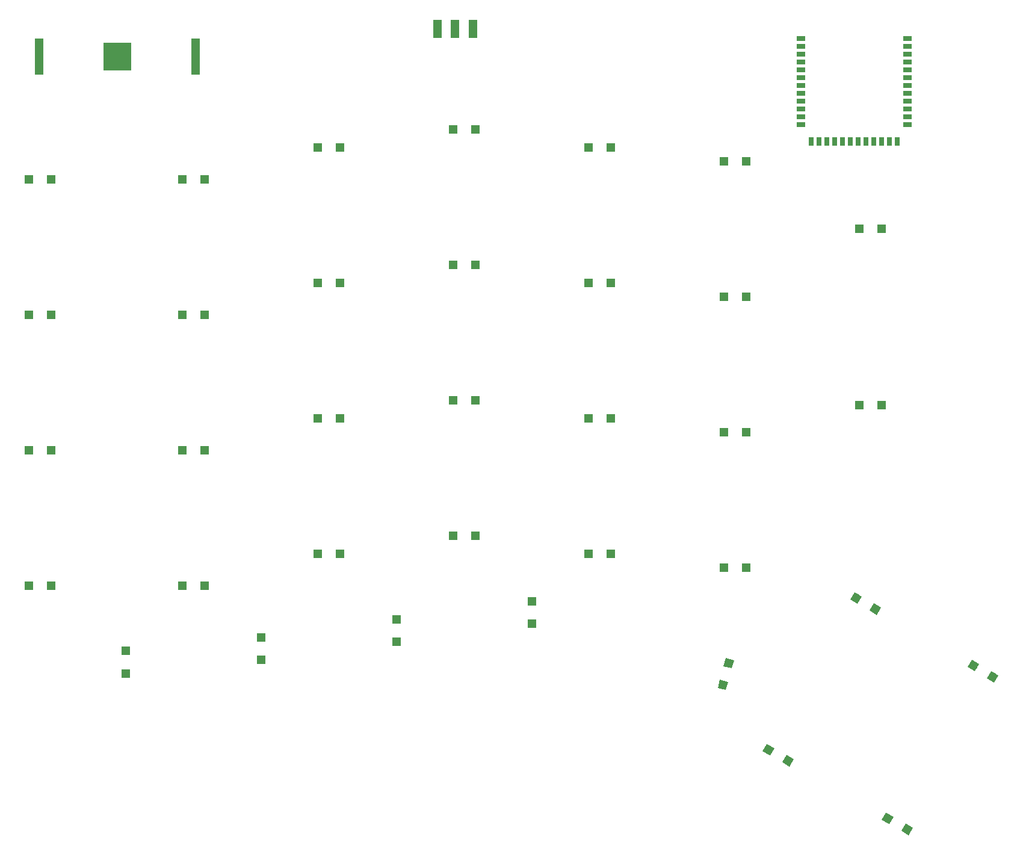
<source format=gbp>
G04 #@! TF.GenerationSoftware,KiCad,Pcbnew,5.0.0-fee4fd1~66~ubuntu18.04.1*
G04 #@! TF.CreationDate,2018-08-26T10:56:49+02:00*
G04 #@! TF.ProjectId,redox_rev1,7265646F785F726576312E6B69636164,1.0*
G04 #@! TF.SameCoordinates,Original*
G04 #@! TF.FileFunction,Paste,Bot*
G04 #@! TF.FilePolarity,Positive*
%FSLAX46Y46*%
G04 Gerber Fmt 4.6, Leading zero omitted, Abs format (unit mm)*
G04 Created by KiCad (PCBNEW 5.0.0-fee4fd1~66~ubuntu18.04.1) date Sun Aug 26 10:56:49 2018*
%MOMM*%
%LPD*%
G01*
G04 APERTURE LIST*
%ADD10R,1.198880X0.698500*%
%ADD11R,0.698500X1.198880*%
%ADD12R,1.200000X1.200000*%
%ADD13C,1.200000*%
%ADD14C,0.100000*%
%ADD15R,3.960000X3.960000*%
%ADD16R,1.270000X5.080000*%
%ADD17R,1.250000X2.500000*%
G04 APERTURE END LIST*
D10*
G04 #@! TO.C,U_LEFT1*
X213492080Y-67246500D03*
X198495920Y-60647580D03*
X198495920Y-59547760D03*
D11*
X212041740Y-69596000D03*
D10*
X213492080Y-65046860D03*
X213492080Y-63947040D03*
X213492080Y-62847220D03*
X213492080Y-61747400D03*
X213492080Y-60647580D03*
X213492080Y-59547760D03*
X213492080Y-58447940D03*
X213492080Y-57348120D03*
X213492080Y-56248300D03*
X198495920Y-55148480D03*
X198495920Y-56248300D03*
X198495920Y-57348120D03*
X198495920Y-58447940D03*
X198495920Y-61747400D03*
X198495920Y-62847220D03*
X198495920Y-63947040D03*
X198495920Y-65046860D03*
X198495920Y-66146680D03*
X198495920Y-67246500D03*
D11*
X199946260Y-69596000D03*
X201046080Y-69596000D03*
X202145900Y-69596000D03*
X203245720Y-69596000D03*
X204345540Y-69596000D03*
X205445360Y-69596000D03*
X206542640Y-69596000D03*
X207642460Y-69596000D03*
X208742280Y-69596000D03*
X209842100Y-69596000D03*
X210941920Y-69596000D03*
D10*
X213492080Y-55148480D03*
X213492080Y-66146680D03*
G04 #@! TD*
D12*
G04 #@! TO.C,D0*
X93015000Y-74930000D03*
X89865000Y-74930000D03*
G04 #@! TD*
G04 #@! TO.C,D1*
X114605000Y-74930000D03*
X111455000Y-74930000D03*
G04 #@! TD*
G04 #@! TO.C,D2*
X133655000Y-70485000D03*
X130505000Y-70485000D03*
G04 #@! TD*
G04 #@! TO.C,D3*
X152705000Y-67945000D03*
X149555000Y-67945000D03*
G04 #@! TD*
G04 #@! TO.C,D4*
X171755000Y-70485000D03*
X168605000Y-70485000D03*
G04 #@! TD*
G04 #@! TO.C,D5*
X190805000Y-72390000D03*
X187655000Y-72390000D03*
G04 #@! TD*
G04 #@! TO.C,D6*
X209855000Y-81915000D03*
X206705000Y-81915000D03*
G04 #@! TD*
G04 #@! TO.C,D10*
X93015000Y-93980000D03*
X89865000Y-93980000D03*
G04 #@! TD*
G04 #@! TO.C,D11*
X114605000Y-93980000D03*
X111455000Y-93980000D03*
G04 #@! TD*
G04 #@! TO.C,D12*
X133655000Y-89535000D03*
X130505000Y-89535000D03*
G04 #@! TD*
G04 #@! TO.C,D13*
X152705000Y-86995000D03*
X149555000Y-86995000D03*
G04 #@! TD*
G04 #@! TO.C,D14*
X171755000Y-89535000D03*
X168605000Y-89535000D03*
G04 #@! TD*
G04 #@! TO.C,D15*
X190805000Y-91440000D03*
X187655000Y-91440000D03*
G04 #@! TD*
G04 #@! TO.C,D16*
X209855000Y-106680000D03*
X206705000Y-106680000D03*
G04 #@! TD*
G04 #@! TO.C,D20*
X93015000Y-113030000D03*
X89865000Y-113030000D03*
G04 #@! TD*
G04 #@! TO.C,D21*
X114605000Y-113030000D03*
X111455000Y-113030000D03*
G04 #@! TD*
G04 #@! TO.C,D22*
X133655000Y-108585000D03*
X130505000Y-108585000D03*
G04 #@! TD*
G04 #@! TO.C,D23*
X152705000Y-106045000D03*
X149555000Y-106045000D03*
G04 #@! TD*
G04 #@! TO.C,D24*
X171755000Y-108585000D03*
X168605000Y-108585000D03*
G04 #@! TD*
G04 #@! TO.C,D25*
X190805000Y-110490000D03*
X187655000Y-110490000D03*
G04 #@! TD*
D13*
G04 #@! TO.C,D26*
X209008990Y-135407500D03*
D14*
G36*
X209828605Y-135187885D02*
X209228605Y-136227115D01*
X208189375Y-135627115D01*
X208789375Y-134587885D01*
X209828605Y-135187885D01*
X209828605Y-135187885D01*
G37*
D13*
X206281010Y-133832500D03*
D14*
G36*
X207100625Y-133612885D02*
X206500625Y-134652115D01*
X205461395Y-134052115D01*
X206061395Y-133012885D01*
X207100625Y-133612885D01*
X207100625Y-133612885D01*
G37*
G04 #@! TD*
D12*
G04 #@! TO.C,D30*
X93015000Y-132080000D03*
X89865000Y-132080000D03*
G04 #@! TD*
G04 #@! TO.C,D31*
X114605000Y-132080000D03*
X111455000Y-132080000D03*
G04 #@! TD*
G04 #@! TO.C,D32*
X133655000Y-127635000D03*
X130505000Y-127635000D03*
G04 #@! TD*
G04 #@! TO.C,D33*
X152705000Y-125095000D03*
X149555000Y-125095000D03*
G04 #@! TD*
G04 #@! TO.C,D34*
X171755000Y-127635000D03*
X168605000Y-127635000D03*
G04 #@! TD*
G04 #@! TO.C,D35*
X190805000Y-129540000D03*
X187655000Y-129540000D03*
G04 #@! TD*
D13*
G04 #@! TO.C,D36*
X225518990Y-144932500D03*
D14*
G36*
X226338605Y-144712885D02*
X225738605Y-145752115D01*
X224699375Y-145152115D01*
X225299375Y-144112885D01*
X226338605Y-144712885D01*
X226338605Y-144712885D01*
G37*
D13*
X222791010Y-143357500D03*
D14*
G36*
X223610625Y-143137885D02*
X223010625Y-144177115D01*
X221971395Y-143577115D01*
X222571395Y-142537885D01*
X223610625Y-143137885D01*
X223610625Y-143137885D01*
G37*
G04 #@! TD*
D12*
G04 #@! TO.C,D40*
X103505000Y-141300000D03*
X103505000Y-144450000D03*
G04 #@! TD*
G04 #@! TO.C,D41*
X122555000Y-139395000D03*
X122555000Y-142545000D03*
G04 #@! TD*
G04 #@! TO.C,D42*
X141605000Y-136855000D03*
X141605000Y-140005000D03*
G04 #@! TD*
G04 #@! TO.C,D43*
X160655000Y-134315000D03*
X160655000Y-137465000D03*
G04 #@! TD*
D13*
G04 #@! TO.C,D44*
X188367640Y-143004667D03*
D14*
G36*
X187943376Y-142269820D02*
X189102487Y-142580403D01*
X188791904Y-143739514D01*
X187632793Y-143428931D01*
X187943376Y-142269820D01*
X187943376Y-142269820D01*
G37*
D13*
X187552360Y-146047333D03*
D14*
G36*
X187128096Y-145312486D02*
X188287207Y-145623069D01*
X187976624Y-146782180D01*
X186817513Y-146471597D01*
X187128096Y-145312486D01*
X187128096Y-145312486D01*
G37*
G04 #@! TD*
D13*
G04 #@! TO.C,D45*
X196689990Y-156743500D03*
D14*
G36*
X197509605Y-156523885D02*
X196909605Y-157563115D01*
X195870375Y-156963115D01*
X196470375Y-155923885D01*
X197509605Y-156523885D01*
X197509605Y-156523885D01*
G37*
D13*
X193962010Y-155168500D03*
D14*
G36*
X194781625Y-154948885D02*
X194181625Y-155988115D01*
X193142395Y-155388115D01*
X193742395Y-154348885D01*
X194781625Y-154948885D01*
X194781625Y-154948885D01*
G37*
G04 #@! TD*
D13*
G04 #@! TO.C,D46*
X213453990Y-166395500D03*
D14*
G36*
X214273605Y-166175885D02*
X213673605Y-167215115D01*
X212634375Y-166615115D01*
X213234375Y-165575885D01*
X214273605Y-166175885D01*
X214273605Y-166175885D01*
G37*
D13*
X210726010Y-164820500D03*
D14*
G36*
X211545625Y-164600885D02*
X210945625Y-165640115D01*
X209906395Y-165040115D01*
X210506395Y-164000885D01*
X211545625Y-164600885D01*
X211545625Y-164600885D01*
G37*
G04 #@! TD*
D15*
G04 #@! TO.C,BT_LEFT1*
X102362000Y-57658000D03*
D16*
X113347000Y-57658000D03*
X91377000Y-57658000D03*
G04 #@! TD*
D17*
G04 #@! TO.C,SW_LEFT1*
X147360000Y-53804000D03*
X149860000Y-53804000D03*
X152360000Y-53804000D03*
G04 #@! TD*
M02*

</source>
